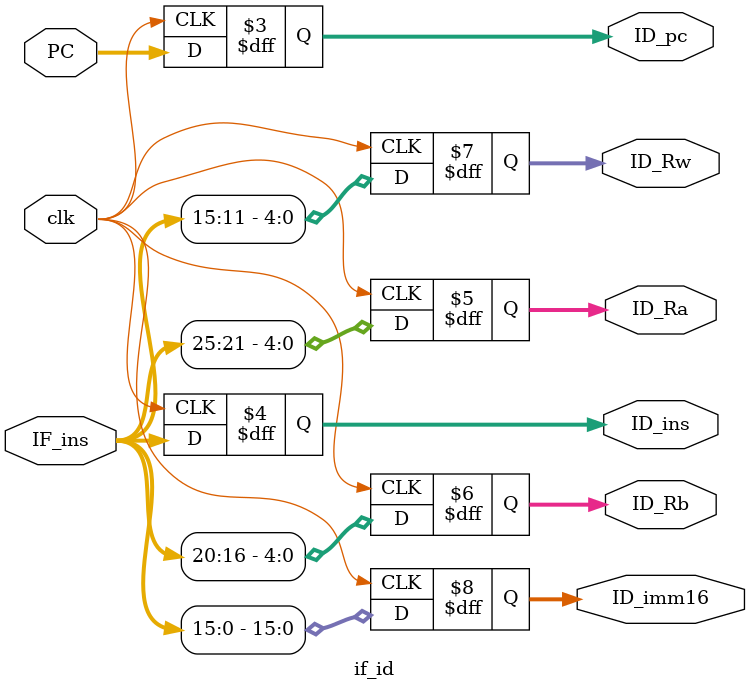
<source format=v>

module if_id( clk, IF_ins, ID_ins, PC, ID_pc, ID_Ra, ID_Rb, ID_Rw, ID_imm16);

input clk;
input[31:0] IF_ins;
input[31:2] PC;

output reg [31:2] ID_pc;
output reg [31:0] ID_ins;
output reg [4:0]  ID_Ra,ID_Rb,ID_Rw;
output reg [15:0] ID_imm16;

initial begin
    ID_ins = 32'd0;
    ID_Ra = 5'd0;
    ID_Rb = 5'd0;
    ID_Rw = 5'd0;
    ID_imm16 = 16'd0;
    ID_pc = 30'd0;
end

always @(negedge clk)
begin
    ID_ins <= IF_ins;
    ID_pc <= PC;
    ID_Ra <= IF_ins[25:21];
    ID_Rb <= IF_ins[20:16];
    ID_Rw <= IF_ins[15:11];
    ID_imm16 <= IF_ins[15:0];
end

endmodule

</source>
